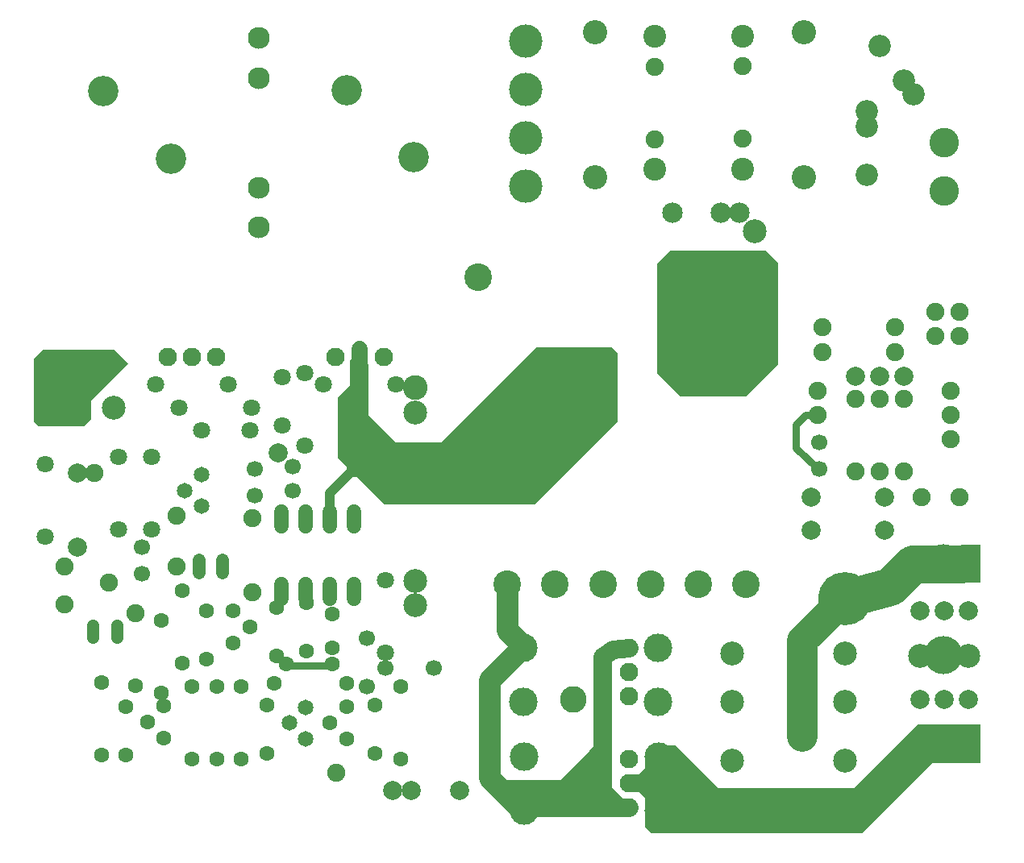
<source format=gbr>
%FSLAX34Y34*%
%MOMM*%
%LNCOPPER_TOP*%
G71*
G01*
%ADD10C,3.200*%
%ADD11C,1.300*%
%ADD12C,1.600*%
%ADD13C,1.350*%
%ADD14C,1.550*%
%ADD15C,1.700*%
%ADD16C,1.900*%
%ADD17C,1.900*%
%ADD18C,1.800*%
%ADD19C,1.950*%
%ADD20C,1.700*%
%ADD21C,2.500*%
%ADD22C,2.900*%
%ADD23C,1.650*%
%ADD24C,2.150*%
%ADD25C,2.000*%
%ADD26C,3.100*%
%ADD27C,2.350*%
%ADD28C,2.400*%
%ADD29C,2.550*%
%ADD30C,2.500*%
%ADD31C,2.000*%
%ADD32C,2.100*%
%ADD33C,0.750*%
%ADD34C,2.300*%
%ADD35C,5.600*%
%ADD36C,2.500*%
%ADD37C,2.100*%
%ADD38C,4.000*%
%ADD39C,3.500*%
%ADD40C,1.900*%
%ADD41C,3.000*%
%ADD42C,2.300*%
%ADD43C,1.950*%
%ADD44C,2.400*%
%ADD45C,1.200*%
%ADD46C,2.800*%
%ADD47C,1.800*%
%ADD48C,3.250*%
%ADD49C,1.100*%
%ADD50C,2.600*%
%ADD51C,2.900*%
%ADD52C,2.000*%
%ADD53C,4.000*%
%ADD54C,1.900*%
%ADD55C,0.800*%
%ADD56C,1.000*%
%ADD57C,0.400*%
%LPD*%
X491487Y713696D02*
G54D10*
D03*
X420777Y784407D02*
G54D10*
D03*
G54D11*
X154243Y222327D02*
X154243Y209327D01*
G54D11*
X179644Y222326D02*
X179644Y209326D01*
X477594Y158116D02*
G54D12*
D03*
X477593Y81916D02*
G54D12*
D03*
G54D13*
X266399Y290326D02*
X266399Y276826D01*
G54D13*
X290368Y290326D02*
X290368Y276826D01*
G54D14*
X352522Y250028D02*
X352522Y265528D01*
G54D14*
X377922Y250028D02*
X377922Y265528D01*
G54D14*
X403322Y250028D02*
X403322Y265528D01*
G54D14*
X428722Y250028D02*
X428722Y265528D01*
G54D14*
X352522Y326229D02*
X352522Y341729D01*
G54D14*
X377921Y326228D02*
X377921Y341728D01*
G54D14*
X403322Y326228D02*
X403322Y341728D01*
G54D14*
X428722Y326228D02*
X428722Y341728D01*
X405306Y233569D02*
G54D12*
D03*
X405307Y198644D02*
G54D12*
D03*
X310112Y158115D02*
G54D12*
D03*
X310113Y81916D02*
G54D12*
D03*
X284316Y158116D02*
G54D12*
D03*
X284315Y81916D02*
G54D12*
D03*
X247918Y182315D02*
G54D12*
D03*
X247918Y258515D02*
G54D12*
D03*
X258519Y158116D02*
G54D12*
D03*
X258519Y81916D02*
G54D12*
D03*
X420784Y160941D02*
G54D12*
D03*
X344584Y160940D02*
G54D12*
D03*
X357284Y181181D02*
G54D12*
D03*
X405306Y181578D02*
G54D12*
D03*
X225974Y227569D02*
G54D12*
D03*
X225974Y151369D02*
G54D12*
D03*
X324688Y386148D02*
G54D15*
D03*
X324689Y358211D02*
G54D15*
D03*
X450209Y138272D02*
G54D12*
D03*
X450209Y87472D02*
G54D12*
D03*
X336703Y138272D02*
G54D12*
D03*
X336703Y87472D02*
G54D12*
D03*
X188953Y136779D02*
G54D12*
D03*
X188953Y85980D02*
G54D12*
D03*
X347419Y240666D02*
G54D12*
D03*
X347419Y189866D02*
G54D12*
D03*
X273715Y237083D02*
G54D12*
D03*
X273715Y186283D02*
G54D12*
D03*
X206190Y276370D02*
G54D15*
D03*
X206191Y304308D02*
G54D15*
D03*
X364031Y389144D02*
G54D15*
D03*
X364031Y363744D02*
G54D15*
D03*
X124907Y243993D02*
G54D16*
D03*
X124907Y283993D02*
G54D16*
D03*
X241950Y337372D02*
G54D17*
D03*
X241950Y284192D02*
G54D17*
D03*
X155742Y381783D02*
G54D16*
D03*
X296319Y475519D02*
G54D18*
D03*
X220119Y475519D02*
G54D18*
D03*
X232963Y503841D02*
G54D19*
D03*
X258362Y503841D02*
G54D19*
D03*
X283763Y503841D02*
G54D19*
D03*
X408778Y503841D02*
G54D19*
D03*
G54D20*
X434178Y512341D02*
X434178Y495341D01*
X459579Y503841D02*
G54D19*
D03*
X472532Y475123D02*
G54D18*
D03*
X396332Y475123D02*
G54D18*
D03*
X319734Y427100D02*
G54D18*
D03*
X268934Y427100D02*
G54D18*
D03*
X353470Y432260D02*
G54D18*
D03*
X353469Y483060D02*
G54D18*
D03*
X849223Y576542D02*
G54D21*
D03*
X849223Y636546D02*
G54D21*
D03*
X839780Y265492D02*
G54D22*
D03*
X789780Y265492D02*
G54D22*
D03*
X739780Y265492D02*
G54D22*
D03*
X689780Y265492D02*
G54D22*
D03*
X639780Y265492D02*
G54D22*
D03*
X589780Y265492D02*
G54D22*
D03*
X789780Y493274D02*
G54D22*
D03*
X689781Y493273D02*
G54D22*
D03*
X441972Y158020D02*
G54D15*
D03*
X441972Y208820D02*
G54D15*
D03*
X512616Y177467D02*
G54D15*
D03*
X461815Y177468D02*
G54D15*
D03*
X378319Y194677D02*
G54D12*
D03*
X378319Y245477D02*
G54D12*
D03*
X171176Y267172D02*
G54D16*
D03*
X229038Y103620D02*
G54D12*
D03*
X211575Y120398D02*
G54D12*
D03*
X229037Y137176D02*
G54D12*
D03*
X377922Y103176D02*
G54D23*
D03*
X360459Y119558D02*
G54D23*
D03*
X377922Y135939D02*
G54D23*
D03*
X420785Y102779D02*
G54D12*
D03*
X403322Y119557D02*
G54D12*
D03*
X420784Y136336D02*
G54D12*
D03*
X301496Y237480D02*
G54D12*
D03*
X318959Y220702D02*
G54D12*
D03*
X301496Y203925D02*
G54D12*
D03*
X268541Y347473D02*
G54D23*
D03*
X251078Y363854D02*
G54D23*
D03*
X268541Y380235D02*
G54D23*
D03*
X321962Y256876D02*
G54D17*
D03*
X321962Y334376D02*
G54D17*
D03*
X763344Y655548D02*
G54D24*
D03*
X814144Y655548D02*
G54D24*
D03*
X409698Y67148D02*
G54D16*
D03*
X349346Y403432D02*
G54D25*
D03*
X1048681Y729417D02*
G54D26*
D03*
X1048681Y678617D02*
G54D26*
D03*
X980258Y831260D02*
G54D27*
D03*
X1015813Y780483D02*
G54D27*
D03*
X1006252Y794137D02*
G54D27*
D03*
X744474Y840972D02*
G54D28*
D03*
X744474Y701272D02*
G54D28*
D03*
X836548Y840972D02*
G54D28*
D03*
X836548Y701272D02*
G54D28*
D03*
X836548Y733418D02*
G54D16*
D03*
X836548Y809618D02*
G54D16*
D03*
X901239Y844940D02*
G54D29*
D03*
X901239Y692540D02*
G54D29*
D03*
X744076Y733022D02*
G54D16*
D03*
X744076Y809222D02*
G54D16*
D03*
X967259Y746432D02*
G54D27*
D03*
X967259Y695632D02*
G54D27*
D03*
X128803Y450759D02*
G54D30*
D03*
X176503Y450758D02*
G54D30*
D03*
X492772Y445749D02*
G54D21*
D03*
X492772Y268749D02*
G54D21*
D03*
X539846Y48228D02*
G54D25*
D03*
X489047Y48228D02*
G54D25*
D03*
X908307Y321822D02*
G54D31*
D03*
X985806Y321822D02*
G54D31*
D03*
X908306Y356747D02*
G54D31*
D03*
X985806Y356747D02*
G54D31*
D03*
X433782Y425024D02*
G54D32*
D03*
G54D33*
X405306Y179593D02*
X357681Y179593D01*
X357284Y179196D01*
X163157Y162179D02*
G54D12*
D03*
X163156Y85980D02*
G54D12*
D03*
X328282Y839013D02*
G54D34*
D03*
X328282Y797341D02*
G54D34*
D03*
X492772Y243349D02*
G54D21*
D03*
X236138Y712708D02*
G54D10*
D03*
X165428Y783418D02*
G54D10*
D03*
X328678Y640179D02*
G54D34*
D03*
X328678Y681851D02*
G54D34*
D03*
X943762Y250411D02*
G54D35*
D03*
X825312Y141842D02*
G54D36*
D03*
X825311Y192642D02*
G54D36*
D03*
X825311Y29129D02*
G54D36*
D03*
X825311Y79930D02*
G54D36*
D03*
X1022753Y286902D02*
G54D21*
D03*
X1073553Y286902D02*
G54D21*
D03*
X1022753Y190065D02*
G54D21*
D03*
X1073553Y190065D02*
G54D21*
D03*
X1022356Y96799D02*
G54D21*
D03*
X1073156Y96799D02*
G54D21*
D03*
X899330Y124974D02*
G54D37*
D03*
G54D38*
X943762Y250411D02*
X991818Y263111D01*
X1015609Y286902D01*
X1066409Y286902D01*
G36*
X1066409Y266902D02*
X1066409Y306902D01*
X1086409Y306902D01*
X1086409Y266902D01*
X1066409Y266902D01*
G37*
X899330Y105130D02*
G54D37*
D03*
X609022Y683257D02*
G54D39*
D03*
X609022Y734057D02*
G54D39*
D03*
X609022Y784857D02*
G54D39*
D03*
X609022Y835657D02*
G54D39*
D03*
X1064661Y357060D02*
G54D40*
D03*
X1024661Y357060D02*
G54D40*
D03*
X833041Y655638D02*
G54D24*
D03*
X606478Y141624D02*
G54D41*
D03*
X747909Y141625D02*
G54D41*
D03*
X606476Y198378D02*
G54D41*
D03*
X747908Y198378D02*
G54D41*
D03*
X748703Y27325D02*
G54D41*
D03*
X607272Y27324D02*
G54D41*
D03*
X748704Y84475D02*
G54D41*
D03*
X607273Y84474D02*
G54D41*
D03*
X716954Y30896D02*
G54D19*
D03*
X716954Y56296D02*
G54D19*
D03*
X716954Y81696D02*
G54D19*
D03*
X716952Y147578D02*
G54D19*
D03*
X716952Y172978D02*
G54D19*
D03*
X716952Y198378D02*
G54D19*
D03*
G54D42*
X570743Y142667D02*
X570743Y61746D01*
X607272Y25216D01*
G54D43*
X716954Y30896D02*
X706450Y30896D01*
X689408Y47938D01*
X689408Y189226D01*
X700484Y196850D01*
X716952Y198378D01*
G54D44*
X688218Y47938D02*
X628282Y47938D01*
X606081Y25737D01*
G54D45*
X688218Y72941D02*
X687821Y72941D01*
X666389Y51510D01*
G54D45*
X618764Y42779D02*
X596142Y42779D01*
X594555Y44366D01*
X658708Y144469D02*
G54D46*
D03*
G54D45*
X652102Y53891D02*
X588205Y53891D01*
G54D20*
X689408Y88816D02*
X687027Y88816D01*
X652102Y53891D01*
G54D47*
X708855Y30079D02*
X609636Y30079D01*
G54D42*
X570743Y142667D02*
X570743Y164504D01*
X606477Y200238D01*
G54D42*
X589781Y264972D02*
X589781Y216934D01*
X606477Y200238D01*
G54D48*
X899330Y105130D02*
X899330Y205980D01*
X943762Y250411D01*
G54D49*
X607272Y29309D02*
X624224Y29309D01*
X631031Y36116D01*
X688181Y36116D01*
X692944Y31353D01*
X716497Y31353D01*
X716954Y30896D01*
G54D49*
X682228Y36116D02*
X682228Y81636D01*
X689408Y88816D01*
X689408Y185774D01*
X700484Y196850D01*
X715424Y196850D01*
X716952Y198378D01*
X492772Y471546D02*
G54D50*
D03*
X199484Y234869D02*
G54D40*
D03*
X199484Y158670D02*
G54D12*
D03*
X558798Y587730D02*
G54D51*
D03*
X768349Y587730D02*
G54D51*
D03*
X1005651Y483350D02*
G54D52*
D03*
X980251Y483350D02*
G54D52*
D03*
X954851Y483349D02*
G54D52*
D03*
X681371Y844940D02*
G54D29*
D03*
X681370Y692540D02*
G54D29*
D03*
X1005651Y459934D02*
G54D16*
D03*
X1005650Y383735D02*
G54D16*
D03*
X980251Y459934D02*
G54D16*
D03*
X980250Y383735D02*
G54D16*
D03*
X954851Y459934D02*
G54D16*
D03*
X954850Y383735D02*
G54D16*
D03*
X916878Y385970D02*
G54D15*
D03*
X916878Y413907D02*
G54D15*
D03*
X996920Y509543D02*
G54D16*
D03*
X920720Y509544D02*
G54D16*
D03*
X996920Y535340D02*
G54D16*
D03*
X920721Y535341D02*
G54D16*
D03*
X915290Y468676D02*
G54D16*
D03*
X915290Y443276D02*
G54D16*
D03*
G36*
X808038Y615553D02*
X760809Y615553D01*
X747316Y602059D01*
X747316Y486569D01*
X771128Y462756D01*
X840581Y462756D01*
X873919Y496094D01*
X873919Y602853D01*
X861219Y615553D01*
X806847Y615553D01*
X808038Y615553D01*
G37*
X944374Y141842D02*
G54D36*
D03*
X944374Y192642D02*
G54D36*
D03*
X944374Y29129D02*
G54D36*
D03*
X944374Y79930D02*
G54D36*
D03*
X1022753Y237690D02*
G54D25*
D03*
X1073553Y237690D02*
G54D25*
D03*
X1022753Y144027D02*
G54D25*
D03*
X1073553Y144027D02*
G54D25*
D03*
X1047750Y190500D02*
G54D53*
D03*
X1048941Y97631D02*
G54D53*
D03*
X1047750Y287338D02*
G54D53*
D03*
X1073553Y237690D02*
G54D25*
D03*
X1048153Y237689D02*
G54D25*
D03*
X1073553Y144027D02*
G54D25*
D03*
X1048153Y144027D02*
G54D25*
D03*
G36*
X442119Y505222D02*
X442119Y497681D01*
X443706Y496094D01*
X443706Y442912D01*
X472281Y414338D01*
X520303Y414338D01*
X620316Y514350D01*
X698897Y514350D01*
X705247Y508000D01*
X705247Y436166D01*
X618331Y349250D01*
X460375Y349250D01*
X411559Y398066D01*
X411559Y461169D01*
X424656Y474266D01*
X424656Y500856D01*
X431403Y507603D01*
X442119Y505222D01*
G37*
X1055104Y417665D02*
G54D54*
D03*
X1055104Y443065D02*
G54D54*
D03*
X1055104Y468465D02*
G54D54*
D03*
X1039019Y551259D02*
G54D16*
D03*
X1039019Y525859D02*
G54D16*
D03*
X1064419Y551259D02*
G54D16*
D03*
X1064419Y525859D02*
G54D16*
D03*
G54D55*
X915290Y443276D02*
X902857Y443276D01*
X892572Y432991D01*
X892572Y408292D01*
X916481Y386763D01*
X321322Y450913D02*
G54D18*
D03*
X245122Y450913D02*
G54D18*
D03*
X377282Y410829D02*
G54D18*
D03*
X377282Y487029D02*
G54D18*
D03*
X103873Y315346D02*
G54D18*
D03*
X103873Y391546D02*
G54D18*
D03*
X461418Y193343D02*
G54D18*
D03*
X461418Y269543D02*
G54D18*
D03*
X181228Y323085D02*
G54D18*
D03*
X181228Y399285D02*
G54D18*
D03*
X215756Y323085D02*
G54D18*
D03*
X215756Y399285D02*
G54D18*
D03*
X138279Y381783D02*
G54D31*
D03*
X138279Y304283D02*
G54D31*
D03*
G36*
X145256Y431006D02*
X97234Y431006D01*
X92472Y435769D01*
X92472Y502444D01*
X101997Y511969D01*
X177403Y511969D01*
X191691Y497681D01*
X152400Y458391D01*
X152400Y438150D01*
X145256Y431006D01*
G37*
G36*
X717153Y65881D02*
X727869Y65881D01*
X734219Y72231D01*
X734219Y87709D01*
X742553Y96044D01*
X766762Y96044D01*
X811609Y51197D01*
X953294Y51197D01*
X1019969Y117872D01*
X1086247Y117872D01*
X1086247Y77391D01*
X1035844Y77391D01*
X962422Y3969D01*
X740966Y3969D01*
X734219Y10716D01*
X734219Y40481D01*
X727869Y46831D01*
X715169Y46831D01*
X710009Y51991D01*
X710009Y60722D01*
X713978Y64691D01*
X717153Y65881D01*
G37*
G54D56*
X403322Y333978D02*
X403322Y361253D01*
X432991Y390922D01*
G54D57*
X422275Y381397D02*
X422275Y392112D01*
X423862Y393700D01*
G54D57*
X424259Y380206D02*
X439738Y380206D01*
X967259Y762704D02*
G54D27*
D03*
X468807Y48228D02*
G54D25*
D03*
M02*

</source>
